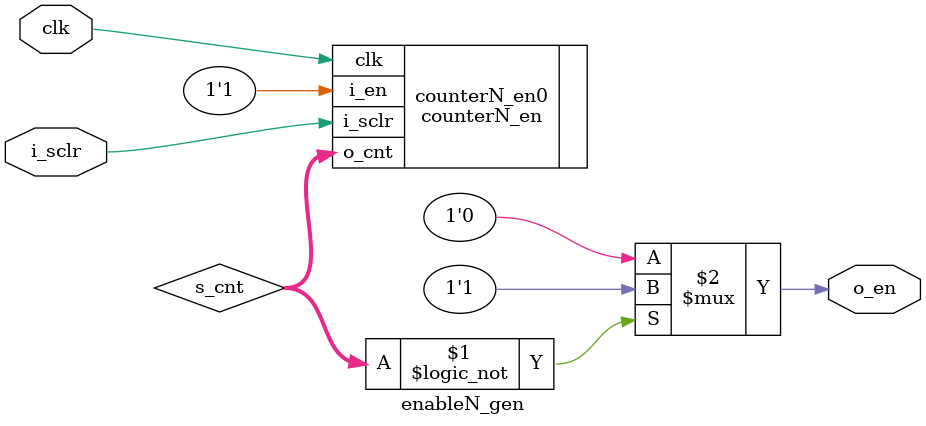
<source format=v>
`ifndef _enableN_gen
`define _enableN_gen

`include "counterN_en.v"

module enableN_gen #(
  parameter ULIMIT = 10,
  parameter WIDTH = 4
) (
  input wire clk, i_sclr,
  output wire o_en
);

  wire [WIDTH-1:0] s_cnt;
  counterN_en #(ULIMIT, WIDTH) counterN_en0 (
    .clk(clk), .i_sclr(i_sclr), .i_en(1'b1),
    .o_cnt(s_cnt)
  );

  assign o_en = (s_cnt == {WIDTH{1'b0}}) ? 1'b1 : 1'b0;
endmodule

`endif

</source>
